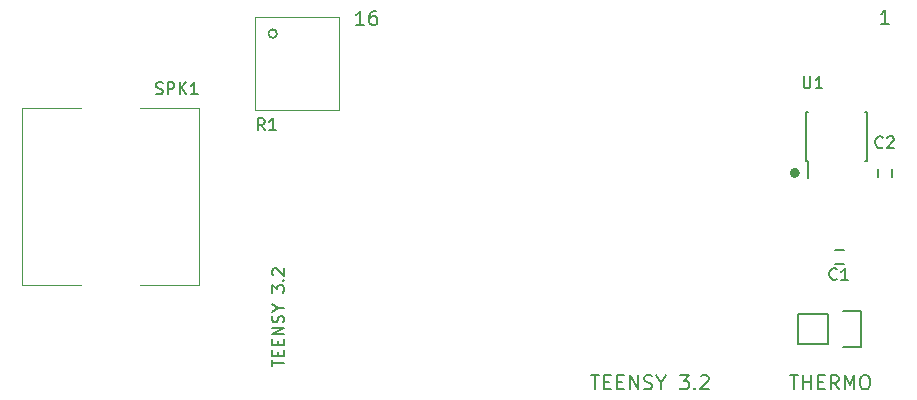
<source format=gto>
G04 #@! TF.FileFunction,Legend,Top*
%FSLAX46Y46*%
G04 Gerber Fmt 4.6, Leading zero omitted, Abs format (unit mm)*
G04 Created by KiCad (PCBNEW 4.0.1-3.201512221402+6198~38~ubuntu14.04.1-stable) date Sat 30 Jul 2016 09:56:49 PM PDT*
%MOMM*%
G01*
G04 APERTURE LIST*
%ADD10C,0.100000*%
%ADD11C,0.200000*%
%ADD12C,0.400000*%
%ADD13C,0.150000*%
%ADD14C,0.101600*%
%ADD15C,0.050000*%
G04 APERTURE END LIST*
D10*
D11*
X173062858Y-80400457D02*
X172377143Y-80400457D01*
X172720001Y-80400457D02*
X172720001Y-79200457D01*
X172605715Y-79371886D01*
X172491429Y-79486171D01*
X172377143Y-79543314D01*
X128625629Y-80451257D02*
X127939914Y-80451257D01*
X128282772Y-80451257D02*
X128282772Y-79251257D01*
X128168486Y-79422686D01*
X128054200Y-79536971D01*
X127939914Y-79594114D01*
X129654200Y-79251257D02*
X129425629Y-79251257D01*
X129311343Y-79308400D01*
X129254200Y-79365543D01*
X129139914Y-79536971D01*
X129082771Y-79765543D01*
X129082771Y-80222686D01*
X129139914Y-80336971D01*
X129197057Y-80394114D01*
X129311343Y-80451257D01*
X129539914Y-80451257D01*
X129654200Y-80394114D01*
X129711343Y-80336971D01*
X129768486Y-80222686D01*
X129768486Y-79936971D01*
X129711343Y-79822686D01*
X129654200Y-79765543D01*
X129539914Y-79708400D01*
X129311343Y-79708400D01*
X129197057Y-79765543D01*
X129139914Y-79822686D01*
X129082771Y-79936971D01*
D12*
X165327185Y-92964000D02*
G75*
G03X165327185Y-92964000I-227185J0D01*
G01*
D11*
X147879429Y-110086857D02*
X148565143Y-110086857D01*
X148222286Y-111286857D02*
X148222286Y-110086857D01*
X148965143Y-110658286D02*
X149365143Y-110658286D01*
X149536572Y-111286857D02*
X148965143Y-111286857D01*
X148965143Y-110086857D01*
X149536572Y-110086857D01*
X150050857Y-110658286D02*
X150450857Y-110658286D01*
X150622286Y-111286857D02*
X150050857Y-111286857D01*
X150050857Y-110086857D01*
X150622286Y-110086857D01*
X151136571Y-111286857D02*
X151136571Y-110086857D01*
X151822286Y-111286857D01*
X151822286Y-110086857D01*
X152336571Y-111229714D02*
X152508000Y-111286857D01*
X152793714Y-111286857D01*
X152908000Y-111229714D01*
X152965143Y-111172571D01*
X153022286Y-111058286D01*
X153022286Y-110944000D01*
X152965143Y-110829714D01*
X152908000Y-110772571D01*
X152793714Y-110715429D01*
X152565143Y-110658286D01*
X152450857Y-110601143D01*
X152393714Y-110544000D01*
X152336571Y-110429714D01*
X152336571Y-110315429D01*
X152393714Y-110201143D01*
X152450857Y-110144000D01*
X152565143Y-110086857D01*
X152850857Y-110086857D01*
X153022286Y-110144000D01*
X153765143Y-110715429D02*
X153765143Y-111286857D01*
X153365143Y-110086857D02*
X153765143Y-110715429D01*
X154165143Y-110086857D01*
X155365143Y-110086857D02*
X156108000Y-110086857D01*
X155708000Y-110544000D01*
X155879428Y-110544000D01*
X155993714Y-110601143D01*
X156050857Y-110658286D01*
X156108000Y-110772571D01*
X156108000Y-111058286D01*
X156050857Y-111172571D01*
X155993714Y-111229714D01*
X155879428Y-111286857D01*
X155536571Y-111286857D01*
X155422285Y-111229714D01*
X155365143Y-111172571D01*
X156622285Y-111172571D02*
X156679428Y-111229714D01*
X156622285Y-111286857D01*
X156565142Y-111229714D01*
X156622285Y-111172571D01*
X156622285Y-111286857D01*
X157136571Y-110201143D02*
X157193714Y-110144000D01*
X157308000Y-110086857D01*
X157593714Y-110086857D01*
X157708000Y-110144000D01*
X157765143Y-110201143D01*
X157822286Y-110315429D01*
X157822286Y-110429714D01*
X157765143Y-110601143D01*
X157079429Y-111286857D01*
X157822286Y-111286857D01*
X164719429Y-110086857D02*
X165405143Y-110086857D01*
X165062286Y-111286857D02*
X165062286Y-110086857D01*
X165805143Y-111286857D02*
X165805143Y-110086857D01*
X165805143Y-110658286D02*
X166490858Y-110658286D01*
X166490858Y-111286857D02*
X166490858Y-110086857D01*
X167062286Y-110658286D02*
X167462286Y-110658286D01*
X167633715Y-111286857D02*
X167062286Y-111286857D01*
X167062286Y-110086857D01*
X167633715Y-110086857D01*
X168833715Y-111286857D02*
X168433715Y-110715429D01*
X168148000Y-111286857D02*
X168148000Y-110086857D01*
X168605143Y-110086857D01*
X168719429Y-110144000D01*
X168776572Y-110201143D01*
X168833715Y-110315429D01*
X168833715Y-110486857D01*
X168776572Y-110601143D01*
X168719429Y-110658286D01*
X168605143Y-110715429D01*
X168148000Y-110715429D01*
X169348000Y-111286857D02*
X169348000Y-110086857D01*
X169748000Y-110944000D01*
X170148000Y-110086857D01*
X170148000Y-111286857D01*
X170948001Y-110086857D02*
X171176572Y-110086857D01*
X171290858Y-110144000D01*
X171405144Y-110258286D01*
X171462286Y-110486857D01*
X171462286Y-110886857D01*
X171405144Y-111115429D01*
X171290858Y-111229714D01*
X171176572Y-111286857D01*
X170948001Y-111286857D01*
X170833715Y-111229714D01*
X170719429Y-111115429D01*
X170662286Y-110886857D01*
X170662286Y-110486857D01*
X170719429Y-110258286D01*
X170833715Y-110144000D01*
X170948001Y-110086857D01*
D13*
X166081000Y-91991000D02*
X166226000Y-91991000D01*
X166081000Y-87841000D02*
X166226000Y-87841000D01*
X171231000Y-87841000D02*
X171086000Y-87841000D01*
X171231000Y-91991000D02*
X171086000Y-91991000D01*
X166081000Y-91991000D02*
X166081000Y-87841000D01*
X171231000Y-91991000D02*
X171231000Y-87841000D01*
X166226000Y-91991000D02*
X166226000Y-93391000D01*
X169248000Y-100676000D02*
X168548000Y-100676000D01*
X168548000Y-99476000D02*
X169248000Y-99476000D01*
X173320000Y-92614000D02*
X173320000Y-93314000D01*
X172120000Y-93314000D02*
X172120000Y-92614000D01*
X167894000Y-107442000D02*
X165354000Y-107442000D01*
X170714000Y-107722000D02*
X169164000Y-107722000D01*
X167894000Y-107442000D02*
X167894000Y-104902000D01*
X169164000Y-104622000D02*
X170714000Y-104622000D01*
X170714000Y-104622000D02*
X170714000Y-107722000D01*
X167894000Y-104902000D02*
X165354000Y-104902000D01*
X165354000Y-104902000D02*
X165354000Y-107442000D01*
D14*
X126492000Y-80010000D02*
X126492000Y-79756000D01*
X126492000Y-87630000D02*
X126492000Y-80010000D01*
X119380000Y-87630000D02*
X126492000Y-87630000D01*
X119380000Y-79756000D02*
X119380000Y-87630000D01*
X126492000Y-79756000D02*
X119380000Y-79756000D01*
D11*
X121263210Y-81174790D02*
G75*
G03X121263210Y-81174790I-359210J0D01*
G01*
D15*
X99688000Y-102496000D02*
X104688000Y-102496000D01*
X99688000Y-87496000D02*
X99688000Y-102496000D01*
X104688000Y-87496000D02*
X99688000Y-87496000D01*
X114688000Y-87496000D02*
X109688000Y-87496000D01*
X114688000Y-102496000D02*
X114688000Y-87496000D01*
X109688000Y-102496000D02*
X114688000Y-102496000D01*
D13*
X165862095Y-84796381D02*
X165862095Y-85605905D01*
X165909714Y-85701143D01*
X165957333Y-85748762D01*
X166052571Y-85796381D01*
X166243048Y-85796381D01*
X166338286Y-85748762D01*
X166385905Y-85701143D01*
X166433524Y-85605905D01*
X166433524Y-84796381D01*
X167433524Y-85796381D02*
X166862095Y-85796381D01*
X167147809Y-85796381D02*
X167147809Y-84796381D01*
X167052571Y-84939238D01*
X166957333Y-85034476D01*
X166862095Y-85082095D01*
X168661334Y-101943143D02*
X168613715Y-101990762D01*
X168470858Y-102038381D01*
X168375620Y-102038381D01*
X168232762Y-101990762D01*
X168137524Y-101895524D01*
X168089905Y-101800286D01*
X168042286Y-101609810D01*
X168042286Y-101466952D01*
X168089905Y-101276476D01*
X168137524Y-101181238D01*
X168232762Y-101086000D01*
X168375620Y-101038381D01*
X168470858Y-101038381D01*
X168613715Y-101086000D01*
X168661334Y-101133619D01*
X169613715Y-102038381D02*
X169042286Y-102038381D01*
X169328000Y-102038381D02*
X169328000Y-101038381D01*
X169232762Y-101181238D01*
X169137524Y-101276476D01*
X169042286Y-101324095D01*
X172553334Y-90781143D02*
X172505715Y-90828762D01*
X172362858Y-90876381D01*
X172267620Y-90876381D01*
X172124762Y-90828762D01*
X172029524Y-90733524D01*
X171981905Y-90638286D01*
X171934286Y-90447810D01*
X171934286Y-90304952D01*
X171981905Y-90114476D01*
X172029524Y-90019238D01*
X172124762Y-89924000D01*
X172267620Y-89876381D01*
X172362858Y-89876381D01*
X172505715Y-89924000D01*
X172553334Y-89971619D01*
X172934286Y-89971619D02*
X172981905Y-89924000D01*
X173077143Y-89876381D01*
X173315239Y-89876381D01*
X173410477Y-89924000D01*
X173458096Y-89971619D01*
X173505715Y-90066857D01*
X173505715Y-90162095D01*
X173458096Y-90304952D01*
X172886667Y-90876381D01*
X173505715Y-90876381D01*
X120229334Y-89352381D02*
X119896000Y-88876190D01*
X119657905Y-89352381D02*
X119657905Y-88352381D01*
X120038858Y-88352381D01*
X120134096Y-88400000D01*
X120181715Y-88447619D01*
X120229334Y-88542857D01*
X120229334Y-88685714D01*
X120181715Y-88780952D01*
X120134096Y-88828571D01*
X120038858Y-88876190D01*
X119657905Y-88876190D01*
X121181715Y-89352381D02*
X120610286Y-89352381D01*
X120896000Y-89352381D02*
X120896000Y-88352381D01*
X120800762Y-88495238D01*
X120705524Y-88590476D01*
X120610286Y-88638095D01*
X111014095Y-86256762D02*
X111156952Y-86304381D01*
X111395048Y-86304381D01*
X111490286Y-86256762D01*
X111537905Y-86209143D01*
X111585524Y-86113905D01*
X111585524Y-86018667D01*
X111537905Y-85923429D01*
X111490286Y-85875810D01*
X111395048Y-85828190D01*
X111204571Y-85780571D01*
X111109333Y-85732952D01*
X111061714Y-85685333D01*
X111014095Y-85590095D01*
X111014095Y-85494857D01*
X111061714Y-85399619D01*
X111109333Y-85352000D01*
X111204571Y-85304381D01*
X111442667Y-85304381D01*
X111585524Y-85352000D01*
X112014095Y-86304381D02*
X112014095Y-85304381D01*
X112395048Y-85304381D01*
X112490286Y-85352000D01*
X112537905Y-85399619D01*
X112585524Y-85494857D01*
X112585524Y-85637714D01*
X112537905Y-85732952D01*
X112490286Y-85780571D01*
X112395048Y-85828190D01*
X112014095Y-85828190D01*
X113014095Y-86304381D02*
X113014095Y-85304381D01*
X113585524Y-86304381D02*
X113156952Y-85732952D01*
X113585524Y-85304381D02*
X113014095Y-85875810D01*
X114537905Y-86304381D02*
X113966476Y-86304381D01*
X114252190Y-86304381D02*
X114252190Y-85304381D01*
X114156952Y-85447238D01*
X114061714Y-85542476D01*
X113966476Y-85590095D01*
X120864381Y-109346476D02*
X120864381Y-108775047D01*
X121864381Y-109060762D02*
X120864381Y-109060762D01*
X121340571Y-108441714D02*
X121340571Y-108108380D01*
X121864381Y-107965523D02*
X121864381Y-108441714D01*
X120864381Y-108441714D01*
X120864381Y-107965523D01*
X121340571Y-107536952D02*
X121340571Y-107203618D01*
X121864381Y-107060761D02*
X121864381Y-107536952D01*
X120864381Y-107536952D01*
X120864381Y-107060761D01*
X121864381Y-106632190D02*
X120864381Y-106632190D01*
X121864381Y-106060761D01*
X120864381Y-106060761D01*
X121816762Y-105632190D02*
X121864381Y-105489333D01*
X121864381Y-105251237D01*
X121816762Y-105155999D01*
X121769143Y-105108380D01*
X121673905Y-105060761D01*
X121578667Y-105060761D01*
X121483429Y-105108380D01*
X121435810Y-105155999D01*
X121388190Y-105251237D01*
X121340571Y-105441714D01*
X121292952Y-105536952D01*
X121245333Y-105584571D01*
X121150095Y-105632190D01*
X121054857Y-105632190D01*
X120959619Y-105584571D01*
X120912000Y-105536952D01*
X120864381Y-105441714D01*
X120864381Y-105203618D01*
X120912000Y-105060761D01*
X121388190Y-104441714D02*
X121864381Y-104441714D01*
X120864381Y-104775047D02*
X121388190Y-104441714D01*
X120864381Y-104108380D01*
X120864381Y-103108380D02*
X120864381Y-102489332D01*
X121245333Y-102822666D01*
X121245333Y-102679808D01*
X121292952Y-102584570D01*
X121340571Y-102536951D01*
X121435810Y-102489332D01*
X121673905Y-102489332D01*
X121769143Y-102536951D01*
X121816762Y-102584570D01*
X121864381Y-102679808D01*
X121864381Y-102965523D01*
X121816762Y-103060761D01*
X121769143Y-103108380D01*
X121769143Y-102060761D02*
X121816762Y-102013142D01*
X121864381Y-102060761D01*
X121816762Y-102108380D01*
X121769143Y-102060761D01*
X121864381Y-102060761D01*
X120959619Y-101632190D02*
X120912000Y-101584571D01*
X120864381Y-101489333D01*
X120864381Y-101251237D01*
X120912000Y-101155999D01*
X120959619Y-101108380D01*
X121054857Y-101060761D01*
X121150095Y-101060761D01*
X121292952Y-101108380D01*
X121864381Y-101679809D01*
X121864381Y-101060761D01*
M02*

</source>
